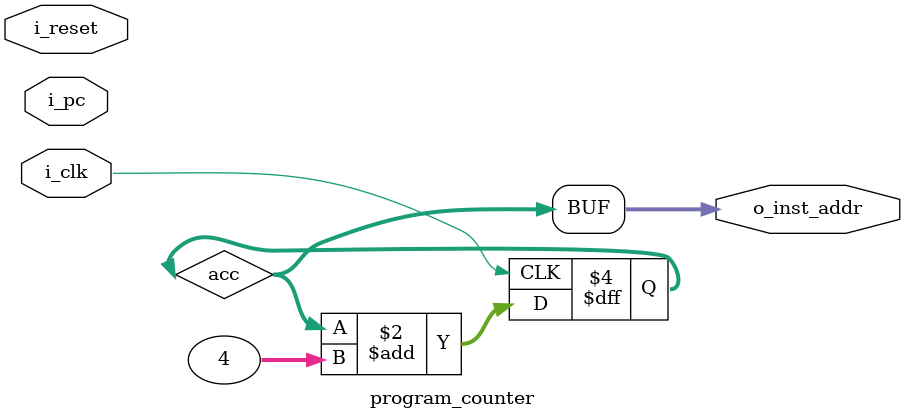
<source format=v>
`timescale 1ns / 1ps

module program_counter
    #(
        // Parameters.
        parameter   NB_INST = 32,
        parameter   NB_PC = 32
    )
    (
        input i_clk, i_reset,
        input wire[NB_PC-1:0] i_pc,
        output wire[NB_INST-1:0] o_inst_addr
    );

    integer acc=0;
    assign o_inst_addr = acc;
    
    always @(posedge i_clk) begin
        acc = acc + 4;
    end
    
//    integer addr;
//    reg [NB_INST-1:0] inst;
//    reg [NB_INST-1:0] memory [0:N_INSMEM_ADDR-1];
    
//    assign o_inst = inst;
    
endmodule


</source>
